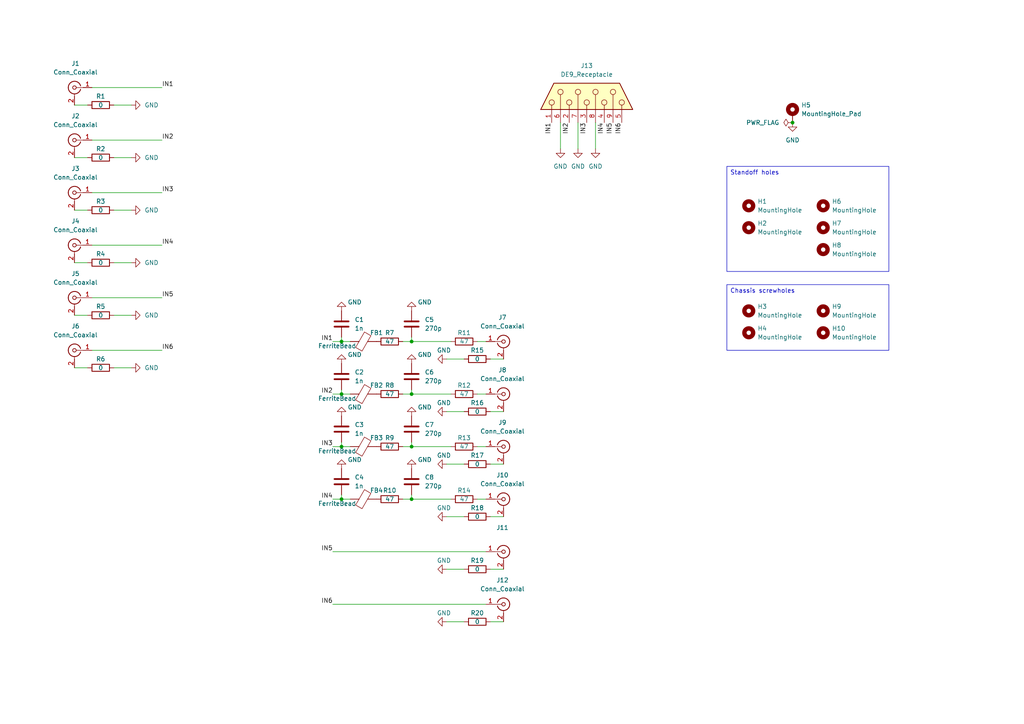
<source format=kicad_sch>
(kicad_sch (version 20230121) (generator eeschema)
  (paper "A4")
  (lib_symbols
    (symbol "Connector:Conn_Coaxial" (pin_names (offset 1.016) hide)
      (property "Reference" "J" (at 0.254 3.048 0))
      (property "Value" "Conn_Coaxial" (at 2.921 0 90))
      (symbol "Conn_Coaxial_0_1"
        (arc (start -1.778 -0.508) (mid 0.2311 -1.8066) (end 1.778 0) (stroke (width 0.254)))
        (polyline (pts (xy -2.54 0) (xy -0.508 0)))
        (polyline (pts (xy 0 -2.54) (xy 0 -1.778)))
        (circle (center 0 0) (radius 0.508) (stroke (width 0.2032)))
        (arc (start 1.778 0) (mid 0.2099 1.8101) (end -1.778 0.508) (stroke (width 0.254)))
      )
      (symbol "Conn_Coaxial_1_1"
        (pin passive line (at -5.08 0 0) (length 2.54) (name "In") (number "1"))
        (pin passive line (at 0 -5.08 90) (length 2.54) (name "Ext") (number "2"))
      )
    )
    (symbol "Connector:DE9_Receptacle" (pin_names (offset 1.016) hide)
      (property "Reference" "J" (at 0 13.97 0))
      (property "Value" "DE9_Receptacle" (at 0 -14.605 0))
      (symbol "DE9_Receptacle_0_1"
        (circle (center -1.778 -10.16) (radius 0.762))
        (circle (center -1.778 -5.08) (radius 0.762))
        (circle (center -1.778 0) (radius 0.762))
        (circle (center -1.778 5.08) (radius 0.762))
        (circle (center -1.778 10.16) (radius 0.762))
        (polyline (pts (xy -3.81 -10.16) (xy -2.54 -10.16)))
        (polyline (pts (xy -3.81 -7.62) (xy 0.508 -7.62)))
        (polyline (pts (xy -3.81 -5.08) (xy -2.54 -5.08)))
        (polyline (pts (xy -3.81 -2.54) (xy 0.508 -2.54)))
        (polyline (pts (xy -3.81 0) (xy -2.54 0)))
        (polyline (pts (xy -3.81 2.54) (xy 0.508 2.54)))
        (polyline (pts (xy -3.81 5.08) (xy -2.54 5.08)))
        (polyline (pts (xy -3.81 7.62) (xy 0.508 7.62)))
        (polyline (pts (xy -3.81 10.16) (xy -2.54 10.16)))
        (polyline (pts (xy -3.81 13.335) (xy -3.81 -13.335) (xy 3.81 -9.525) (xy 3.81 9.525) (xy -3.81 13.335)) (stroke (width 0.254)) (fill (type background)))
        (circle (center 1.27 -7.62) (radius 0.762))
        (circle (center 1.27 -2.54) (radius 0.762))
        (circle (center 1.27 2.54) (radius 0.762))
        (circle (center 1.27 7.62) (radius 0.762))
      )
      (symbol "DE9_Receptacle_1_1"
        (pin passive line (at -7.62 10.16 0) (length 3.81) (name "1") (number "1"))
        (pin passive line (at -7.62 5.08 0) (length 3.81) (name "2") (number "2"))
        (pin passive line (at -7.62 0 0) (length 3.81) (name "3") (number "3"))
        (pin passive line (at -7.62 -5.08 0) (length 3.81) (name "4") (number "4"))
        (pin passive line (at -7.62 -10.16 0) (length 3.81) (name "5") (number "5"))
        (pin passive line (at -7.62 7.62 0) (length 3.81) (name "6") (number "6"))
        (pin passive line (at -7.62 2.54 0) (length 3.81) (name "7") (number "7"))
        (pin passive line (at -7.62 -2.54 0) (length 3.81) (name "8") (number "8"))
        (pin passive line (at -7.62 -7.62 0) (length 3.81) (name "9") (number "9"))
      )
    )
    (symbol "Device:C" (pin_numbers hide) (pin_names (offset 0.254))
      (property "Reference" "C" (at 0.635 2.54 0))
      (property "Value" "C" (at 0.635 -2.54 0))
      (symbol "C_0_1"
        (polyline (pts (xy -2.032 -0.762) (xy 2.032 -0.762)) (stroke (width 0.508)))
        (polyline (pts (xy -2.032 0.762) (xy 2.032 0.762)) (stroke (width 0.508)))
      )
      (symbol "C_1_1"
        (pin passive line (at 0 3.81 270) (length 2.794) (name "~") (number "1"))
        (pin passive line (at 0 -3.81 90) (length 2.794) (name "~") (number "2"))
      )
    )
    (symbol "Device:FerriteBead" (pin_numbers hide) (pin_names (offset 0))
      (property "Reference" "FB" (at -3.81 0.635 90))
      (property "Value" "FerriteBead" (at 3.81 0 90))
      (symbol "FerriteBead_0_1"
        (polyline (pts (xy 0 -1.27) (xy 0 -1.2192)))
        (polyline (pts (xy 0 1.27) (xy 0 1.2954)))
        (polyline (pts (xy -2.7686 0.4064) (xy -1.7018 2.2606) (xy 2.7686 -0.3048) (xy 1.6764 -2.159) (xy -2.7686 0.4064)))
      )
      (symbol "FerriteBead_1_1"
        (pin passive line (at 0 3.81 270) (length 2.54) (name "~") (number "1"))
        (pin passive line (at 0 -3.81 90) (length 2.54) (name "~") (number "2"))
      )
    )
    (symbol "Device:R" (pin_numbers hide) (pin_names (offset 0))
      (property "Reference" "R" (at 2.032 0 90))
      (property "Value" "R" (at 0 0 90))
      (symbol "R_0_1"
        (rectangle (start -1.016 -2.54) (end 1.016 2.54) (stroke (width 0.254)))
      )
      (symbol "R_1_1"
        (pin passive line (at 0 3.81 270) (length 1.27) (name "~") (number "1"))
        (pin passive line (at 0 -3.81 90) (length 1.27) (name "~") (number "2"))
      )
    )
    (symbol "Mechanical:MountingHole" (pin_names (offset 1.016))
      (property "Reference" "H" (at 0 5.08 0))
      (property "Value" "MountingHole" (at 0 3.175 0))
      (symbol "MountingHole_0_1"
        (circle (center 0 0) (radius 1.27) (stroke (width 1.27)))
      )
    )
    (symbol "Mechanical:MountingHole_Pad" (pin_numbers hide) (pin_names (offset 1.016) hide)
      (property "Reference" "H" (at 0 6.35 0))
      (property "Value" "MountingHole_Pad" (at 0 4.445 0))
      (symbol "MountingHole_Pad_0_1"
        (circle (center 0 1.27) (radius 1.27) (stroke (width 1.27)))
      )
      (symbol "MountingHole_Pad_1_1"
        (pin input line (at 0 -2.54 90) (length 2.54) (name "1") (number "1"))
      )
    )
    (symbol "power:GND" (power) (pin_names (offset 0))
      (property "Value" "GND" (at 0 -3.81 0))
      (symbol "GND_0_1"
        (polyline (pts (xy 0 0) (xy 0 -1.27) (xy 1.27 -1.27) (xy 0 -2.54) (xy -1.27 -1.27) (xy 0 -1.27)))
      )
      (symbol "GND_1_1"
        (pin power_in line (at 0 0 270) (length 0) hide (name "GND") (number "1"))
      )
    )
    (symbol "power:PWR_FLAG" (power) (pin_numbers hide) (pin_names (offset 0) hide)
      (property "Value" "PWR_FLAG" (at 0 3.81 0))
      (symbol "PWR_FLAG_0_0"
        (pin power_out line (at 0 0 90) (length 0) (name "pwr") (number "1"))
      )
      (symbol "PWR_FLAG_0_1"
        (polyline (pts (xy 0 0) (xy 0 1.27) (xy -1.016 1.905) (xy 0 2.54) (xy 1.016 1.905) (xy 0 1.27)))
      )
    )
  )
  (junction (at 119.38 144.78))
  (junction (at 119.38 129.54))
  (junction (at 99.06 99.06))
  (junction (at 229.87 35.56))
  (junction (at 119.38 114.3))
  (junction (at 99.06 144.78))
  (junction (at 99.06 129.54))
  (junction (at 119.38 99.06))
  (junction (at 99.06 114.3))
  (wire (pts (xy 146.05 165.1) (xy 142.24 165.1)))
  (wire (pts (xy 116.84 99.06) (xy 119.38 99.06)))
  (wire (pts (xy 26.67 101.6) (xy 46.99 101.6)))
  (wire (pts (xy 119.38 99.06) (xy 130.81 99.06)))
  (wire (pts (xy 96.52 175.26) (xy 140.97 175.26)))
  (wire (pts (xy 146.05 104.14) (xy 142.24 104.14)))
  (wire (pts (xy 33.02 106.68) (xy 38.1 106.68)))
  (wire (pts (xy 134.62 149.86) (xy 129.54 149.86)))
  (wire (pts (xy 99.06 99.06) (xy 101.6 99.06)))
  (wire (pts (xy 33.02 30.48) (xy 38.1 30.48)))
  (wire (pts (xy 146.05 149.86) (xy 142.24 149.86)))
  (wire (pts (xy 99.06 143.51) (xy 99.06 144.78)))
  (wire (pts (xy 99.06 129.54) (xy 101.6 129.54)))
  (wire (pts (xy 138.43 129.54) (xy 140.97 129.54)))
  (wire (pts (xy 33.02 91.44) (xy 38.1 91.44)))
  (wire (pts (xy 167.64 35.56) (xy 167.64 43.18)))
  (wire (pts (xy 96.52 129.54) (xy 99.06 129.54)))
  (wire (pts (xy 21.59 91.44) (xy 25.4 91.44)))
  (wire (pts (xy 99.06 114.3) (xy 101.6 114.3)))
  (wire (pts (xy 119.38 144.78) (xy 119.38 143.51)))
  (wire (pts (xy 96.52 144.78) (xy 99.06 144.78)))
  (wire (pts (xy 26.67 86.36) (xy 46.99 86.36)))
  (wire (pts (xy 33.02 76.2) (xy 38.1 76.2)))
  (wire (pts (xy 21.59 45.72) (xy 25.4 45.72)))
  (wire (pts (xy 26.67 71.12) (xy 46.99 71.12)))
  (wire (pts (xy 134.62 134.62) (xy 129.54 134.62)))
  (wire (pts (xy 33.02 45.72) (xy 38.1 45.72)))
  (wire (pts (xy 138.43 144.78) (xy 140.97 144.78)))
  (wire (pts (xy 26.67 25.4) (xy 46.99 25.4)))
  (wire (pts (xy 146.05 134.62) (xy 142.24 134.62)))
  (wire (pts (xy 116.84 114.3) (xy 119.38 114.3)))
  (wire (pts (xy 99.06 144.78) (xy 101.6 144.78)))
  (wire (pts (xy 26.67 55.88) (xy 46.99 55.88)))
  (wire (pts (xy 138.43 114.3) (xy 140.97 114.3)))
  (wire (pts (xy 116.84 129.54) (xy 119.38 129.54)))
  (wire (pts (xy 99.06 97.79) (xy 99.06 99.06)))
  (wire (pts (xy 138.43 99.06) (xy 140.97 99.06)))
  (wire (pts (xy 21.59 60.96) (xy 25.4 60.96)))
  (wire (pts (xy 21.59 106.68) (xy 25.4 106.68)))
  (wire (pts (xy 162.56 35.56) (xy 162.56 43.18)))
  (wire (pts (xy 146.05 180.34) (xy 142.24 180.34)))
  (wire (pts (xy 96.52 114.3) (xy 99.06 114.3)))
  (wire (pts (xy 119.38 144.78) (xy 130.81 144.78)))
  (wire (pts (xy 134.62 180.34) (xy 129.54 180.34)))
  (wire (pts (xy 119.38 114.3) (xy 119.38 113.03)))
  (wire (pts (xy 33.02 60.96) (xy 38.1 60.96)))
  (wire (pts (xy 134.62 165.1) (xy 129.54 165.1)))
  (wire (pts (xy 21.59 76.2) (xy 25.4 76.2)))
  (wire (pts (xy 119.38 99.06) (xy 119.38 97.79)))
  (wire (pts (xy 96.52 99.06) (xy 99.06 99.06)))
  (wire (pts (xy 119.38 129.54) (xy 130.81 129.54)))
  (wire (pts (xy 172.72 35.56) (xy 172.72 43.18)))
  (wire (pts (xy 26.67 40.64) (xy 46.99 40.64)))
  (wire (pts (xy 146.05 119.38) (xy 142.24 119.38)))
  (wire (pts (xy 134.62 104.14) (xy 129.54 104.14)))
  (wire (pts (xy 119.38 114.3) (xy 130.81 114.3)))
  (wire (pts (xy 99.06 113.03) (xy 99.06 114.3)))
  (wire (pts (xy 134.62 119.38) (xy 129.54 119.38)))
  (wire (pts (xy 119.38 129.54) (xy 119.38 128.27)))
  (wire (pts (xy 99.06 128.27) (xy 99.06 129.54)))
  (wire (pts (xy 96.52 160.02) (xy 140.97 160.02)))
  (wire (pts (xy 116.84 144.78) (xy 119.38 144.78)))
  (wire (pts (xy 21.59 30.48) (xy 25.4 30.48)))
  (text_box "Standoff holes" (at 210.82 48.26 0) (size 46.99 30.48) (effects (font (size 1.27 1.27)) (justify left top)))
  (text_box "Chassis screwholes" (at 210.82 82.55 0) (size 46.99 19.05) (effects (font (size 1.27 1.27)) (justify left top)))
  (label "IN4" (at 96.52 144.78 180))
  (label "IN6" (at 96.52 175.26 180))
  (label "IN6" (at 180.34 35.56 270))
  (label "IN2" (at 46.99 40.64 0))
  (label "IN2" (at 96.52 114.3 180))
  (label "IN2" (at 165.1 35.56 270))
  (label "IN1" (at 46.99 25.4 0))
  (label "IN3" (at 170.18 35.56 270))
  (label "IN5" (at 96.52 160.02 180))
  (label "IN1" (at 96.52 99.06 180))
  (label "IN3" (at 96.52 129.54 180))
  (label "IN1" (at 160.02 35.56 270))
  (label "IN3" (at 46.99 55.88 0))
  (label "IN5" (at 46.99 86.36 0))
  (label "IN6" (at 46.99 101.6 0))
  (label "IN4" (at 46.99 71.12 0))
  (label "IN5" (at 177.8 35.56 270))
  (label "IN4" (at 175.26 35.56 270))
  (symbol (lib_id "Connector:Conn_Coaxial") (at 146.05 160.02 0) (unit 1)
    (property "Reference" "J11" (at 145.7326 153.035 0))
    (property "Value" "Conn_Coaxial" (effects hide))
    (property "Footprint" "Amphenol_Right_Angle_SMA_901_143_6RFX:AMPHENOL_901-143-6RFX" (effects hide))
    (property "Datasheet" " ~" (effects hide))
  )
  (symbol (lib_id "Device:C") (at 99.06 109.22 0) (unit 1)
    (property "Reference" "C2" (at 102.87 107.95 0) (effects (justify left)))
    (property "Value" "1n" (at 102.87 110.49 0) (effects (justify left)))
    (property "Footprint" "Capacitor_SMD:C_0805_2012Metric_Pad1.18x1.45mm_HandSolder" (effects hide))
  )
  (symbol (lib_id "Device:FerriteBead") (at 105.41 99.06 90) (unit 1)
    (property "Reference" "FB1" (at 109.22 96.52 90))
    (property "Value" "FerriteBead" (at 97.79 100.33 90))
    (property "Footprint" "Resistor_SMD:R_0603_1608Metric_Pad0.98x0.95mm_HandSolder" (effects hide))
  )
  (symbol (lib_id "Device:R") (at 29.21 30.48 90) (unit 1)
    (property "Reference" "R1" (at 29.21 27.94 90))
    (property "Value" "0" (at 29.21 30.48 90))
    (property "Footprint" "Resistor_SMD:R_1206_3216Metric_Pad1.30x1.75mm_HandSolder" (effects hide))
  )
  (symbol (lib_id "Device:C") (at 119.38 109.22 0) (unit 1)
    (property "Reference" "C6" (at 123.19 107.95 0) (effects (justify left)))
    (property "Value" "270p" (at 123.19 110.49 0) (effects (justify left)))
    (property "Footprint" "Capacitor_SMD:C_0805_2012Metric_Pad1.18x1.45mm_HandSolder" (effects hide))
  )
  (symbol (lib_id "Connector:Conn_Coaxial") (at 21.59 25.4 0) (mirror y) (unit 1)
    (property "Reference" "J1" (at 21.9074 18.415 0))
    (property "Value" "Conn_Coaxial" (at 21.9074 20.955 0))
    (property "Footprint" "Amphenol_Right_Angle_SMA_901_143_6RFX:AMPHENOL_901-143-6RFX" (effects hide))
    (property "Datasheet" " ~" (effects hide))
  )
  (symbol (lib_id "Device:C") (at 119.38 124.46 0) (unit 1)
    (property "Reference" "C7" (at 123.19 123.19 0) (effects (justify left)))
    (property "Value" "270p" (at 123.19 125.73 0) (effects (justify left)))
    (property "Footprint" "Capacitor_SMD:C_0805_2012Metric_Pad1.18x1.45mm_HandSolder" (effects hide))
  )
  (symbol (lib_id "power:GND") (at 167.64 43.18 0) (unit 1)
    (property "Reference" "#PWR022" (effects hide))
    (property "Value" "GND" (at 167.64 48.26 0))
  )
  (symbol (lib_id "Connector:Conn_Coaxial") (at 146.05 129.54 0) (unit 1)
    (property "Reference" "J9" (at 145.7326 122.555 0))
    (property "Value" "Conn_Coaxial" (at 145.7326 125.095 0))
    (property "Footprint" "Amphenol_Right_Angle_SMA_901_143_6RFX:AMPHENOL_901-143-6RFX" (effects hide))
    (property "Datasheet" " ~" (effects hide))
  )
  (symbol (lib_id "power:GND") (at 172.72 43.18 0) (unit 1)
    (property "Reference" "#PWR023" (effects hide))
    (property "Value" "GND" (at 172.72 48.26 0))
  )
  (symbol (lib_id "Connector:Conn_Coaxial") (at 21.59 101.6 0) (mirror y) (unit 1)
    (property "Reference" "J6" (at 21.9074 94.615 0))
    (property "Value" "Conn_Coaxial" (at 21.9074 97.155 0))
    (property "Footprint" "Amphenol_Right_Angle_SMA_901_143_6RFX:AMPHENOL_901-143-6RFX" (effects hide))
    (property "Datasheet" " ~" (effects hide))
  )
  (symbol (lib_id "Device:R") (at 29.21 45.72 90) (unit 1)
    (property "Reference" "R2" (at 29.21 43.18 90))
    (property "Value" "0" (at 29.21 45.72 90))
    (property "Footprint" "Resistor_SMD:R_1206_3216Metric_Pad1.30x1.75mm_HandSolder" (effects hide))
  )
  (symbol (lib_id "Connector:Conn_Coaxial") (at 146.05 175.26 0) (unit 1)
    (property "Reference" "J12" (at 145.7326 168.275 0))
    (property "Value" "Conn_Coaxial" (at 145.7326 170.815 0))
    (property "Footprint" "Amphenol_Right_Angle_SMA_901_143_6RFX:AMPHENOL_901-143-6RFX" (effects hide))
    (property "Datasheet" " ~" (effects hide))
  )
  (symbol (lib_id "power:PWR_FLAG") (at 229.87 35.56 90) (unit 1)
    (property "Reference" "#FLG01" (effects hide))
    (property "Value" "PWR_FLAG" (at 226.06 35.56 90) (effects (justify left)))
  )
  (symbol (lib_id "Device:FerriteBead") (at 105.41 129.54 90) (unit 1)
    (property "Reference" "FB3" (at 109.22 127 90))
    (property "Value" "FerriteBead" (at 97.79 130.81 90))
    (property "Footprint" "Resistor_SMD:R_0603_1608Metric_Pad0.98x0.95mm_HandSolder" (effects hide))
  )
  (symbol (lib_id "power:GND") (at 38.1 60.96 90) (unit 1)
    (property "Reference" "#PWR03" (effects hide))
    (property "Value" "GND" (at 41.91 60.96 90) (effects (justify right)))
  )
  (symbol (lib_id "Device:R") (at 113.03 114.3 270) (mirror x) (unit 1)
    (property "Reference" "R8" (at 113.03 111.76 90))
    (property "Value" "47" (at 113.03 114.3 90))
    (property "Footprint" "Resistor_SMD:R_1206_3216Metric_Pad1.30x1.75mm_HandSolder" (effects hide))
  )
  (symbol (lib_id "power:GND") (at 99.06 120.65 0) (mirror x) (unit 1)
    (property "Reference" "#PWR09" (effects hide))
    (property "Value" "GND" (at 102.87 118.11 0))
  )
  (symbol (lib_id "Device:R") (at 113.03 129.54 270) (mirror x) (unit 1)
    (property "Reference" "R9" (at 113.03 127 90))
    (property "Value" "47" (at 113.03 129.54 90))
    (property "Footprint" "Resistor_SMD:R_1206_3216Metric_Pad1.30x1.75mm_HandSolder" (effects hide))
  )
  (symbol (lib_id "Mechanical:MountingHole") (at 217.17 66.04 0) (unit 1)
    (property "Reference" "H2" (at 219.71 64.77 0) (effects (justify left)))
    (property "Value" "MountingHole" (at 219.71 67.31 0) (effects (justify left)))
    (property "Footprint" "MountingHole:MountingHole_3.2mm_M3_DIN965" (effects hide))
  )
  (symbol (lib_id "Connector:Conn_Coaxial") (at 21.59 86.36 0) (mirror y) (unit 1)
    (property "Reference" "J5" (at 21.9074 79.375 0))
    (property "Value" "Conn_Coaxial" (at 21.9074 81.915 0))
    (property "Footprint" "Amphenol_Right_Angle_SMA_901_143_6RFX:AMPHENOL_901-143-6RFX" (effects hide))
    (property "Datasheet" " ~" (effects hide))
  )
  (symbol (lib_id "Mechanical:MountingHole") (at 238.76 90.17 0) (unit 1)
    (property "Reference" "H9" (at 241.3 88.9 0) (effects (justify left)))
    (property "Value" "MountingHole" (at 241.3 91.44 0) (effects (justify left)))
    (property "Footprint" "MountingHole:MountingHole_3.2mm_M3_DIN965" (effects hide))
  )
  (symbol (lib_id "power:GND") (at 129.54 104.14 270) (mirror x) (unit 1)
    (property "Reference" "#PWR015" (effects hide))
    (property "Value" "GND" (at 130.81 101.6 90) (effects (justify right)))
  )
  (symbol (lib_id "power:GND") (at 119.38 120.65 0) (mirror x) (unit 1)
    (property "Reference" "#PWR013" (effects hide))
    (property "Value" "GND" (at 123.19 118.11 0))
  )
  (symbol (lib_id "power:GND") (at 119.38 90.17 0) (mirror x) (unit 1)
    (property "Reference" "#PWR011" (effects hide))
    (property "Value" "GND" (at 123.19 87.63 0))
  )
  (symbol (lib_id "Device:R") (at 29.21 60.96 90) (unit 1)
    (property "Reference" "R3" (at 29.21 58.42 90))
    (property "Value" "0" (at 29.21 60.96 90))
    (property "Footprint" "Resistor_SMD:R_1206_3216Metric_Pad1.30x1.75mm_HandSolder" (effects hide))
  )
  (symbol (lib_id "power:GND") (at 99.06 105.41 0) (mirror x) (unit 1)
    (property "Reference" "#PWR08" (effects hide))
    (property "Value" "GND" (at 102.87 102.87 0))
  )
  (symbol (lib_id "power:GND") (at 229.87 35.56 0) (unit 1)
    (property "Reference" "#PWR024" (effects hide))
    (property "Value" "GND" (at 229.87 40.64 0))
  )
  (symbol (lib_id "Device:R") (at 138.43 165.1 270) (mirror x) (unit 1)
    (property "Reference" "R19" (at 138.43 162.56 90))
    (property "Value" "0" (at 138.43 165.1 90))
    (property "Footprint" "Resistor_SMD:R_1206_3216Metric_Pad1.30x1.75mm_HandSolder" (effects hide))
  )
  (symbol (lib_id "power:GND") (at 129.54 149.86 270) (mirror x) (unit 1)
    (property "Reference" "#PWR018" (effects hide))
    (property "Value" "GND" (at 130.81 147.32 90) (effects (justify right)))
  )
  (symbol (lib_id "power:GND") (at 38.1 30.48 90) (unit 1)
    (property "Reference" "#PWR01" (effects hide))
    (property "Value" "GND" (at 41.91 30.48 90) (effects (justify right)))
  )
  (symbol (lib_id "Mechanical:MountingHole") (at 238.76 59.69 0) (unit 1)
    (property "Reference" "H6" (at 241.3 58.42 0) (effects (justify left)))
    (property "Value" "MountingHole" (at 241.3 60.96 0) (effects (justify left)))
    (property "Footprint" "MountingHole:MountingHole_3.2mm_M3_DIN965" (effects hide))
  )
  (symbol (lib_id "Connector:Conn_Coaxial") (at 146.05 144.78 0) (unit 1)
    (property "Reference" "J10" (at 145.7326 137.795 0))
    (property "Value" "Conn_Coaxial" (at 145.7326 140.335 0))
    (property "Footprint" "Amphenol_Right_Angle_SMA_901_143_6RFX:AMPHENOL_901-143-6RFX" (effects hide))
    (property "Datasheet" " ~" (effects hide))
  )
  (symbol (lib_id "Device:R") (at 29.21 106.68 90) (unit 1)
    (property "Reference" "R6" (at 29.21 104.14 90))
    (property "Value" "0" (at 29.21 106.68 90))
    (property "Footprint" "Resistor_SMD:R_1206_3216Metric_Pad1.30x1.75mm_HandSolder" (effects hide))
  )
  (symbol (lib_id "power:GND") (at 119.38 105.41 0) (mirror x) (unit 1)
    (property "Reference" "#PWR012" (effects hide))
    (property "Value" "GND" (at 123.19 102.87 0))
  )
  (symbol (lib_id "Device:R") (at 138.43 119.38 270) (mirror x) (unit 1)
    (property "Reference" "R16" (at 138.43 116.84 90))
    (property "Value" "0" (at 138.43 119.38 90))
    (property "Footprint" "Resistor_SMD:R_1206_3216Metric_Pad1.30x1.75mm_HandSolder" (effects hide))
  )
  (symbol (lib_id "Device:R") (at 138.43 149.86 270) (mirror x) (unit 1)
    (property "Reference" "R18" (at 138.43 147.32 90))
    (property "Value" "0" (at 138.43 149.86 90))
    (property "Footprint" "Resistor_SMD:R_1206_3216Metric_Pad1.30x1.75mm_HandSolder" (effects hide))
  )
  (symbol (lib_id "Device:C") (at 119.38 139.7 0) (unit 1)
    (property "Reference" "C8" (at 123.19 138.43 0) (effects (justify left)))
    (property "Value" "270p" (at 123.19 140.97 0) (effects (justify left)))
    (property "Footprint" "Capacitor_SMD:C_0805_2012Metric_Pad1.18x1.45mm_HandSolder" (effects hide))
  )
  (symbol (lib_id "Device:C") (at 99.06 93.98 0) (unit 1)
    (property "Reference" "C1" (at 102.87 92.71 0) (effects (justify left)))
    (property "Value" "1n" (at 102.87 95.25 0) (effects (justify left)))
    (property "Footprint" "Capacitor_SMD:C_0805_2012Metric_Pad1.18x1.45mm_HandSolder" (effects hide))
  )
  (symbol (lib_id "Device:R") (at 134.62 129.54 270) (mirror x) (unit 1)
    (property "Reference" "R13" (at 134.62 127 90))
    (property "Value" "47" (at 134.62 129.54 90))
    (property "Footprint" "Resistor_SMD:R_1206_3216Metric_Pad1.30x1.75mm_HandSolder" (effects hide))
  )
  (symbol (lib_id "power:GND") (at 99.06 135.89 0) (mirror x) (unit 1)
    (property "Reference" "#PWR010" (effects hide))
    (property "Value" "GND" (at 102.87 133.35 0))
  )
  (symbol (lib_id "power:GND") (at 162.56 43.18 0) (unit 1)
    (property "Reference" "#PWR021" (effects hide))
    (property "Value" "GND" (at 162.56 48.26 0))
  )
  (symbol (lib_id "Connector:Conn_Coaxial") (at 21.59 55.88 0) (mirror y) (unit 1)
    (property "Reference" "J3" (at 21.9074 48.895 0))
    (property "Value" "Conn_Coaxial" (at 21.9074 51.435 0))
    (property "Footprint" "Amphenol_Right_Angle_SMA_901_143_6RFX:AMPHENOL_901-143-6RFX" (effects hide))
    (property "Datasheet" " ~" (effects hide))
  )
  (symbol (lib_id "power:GND") (at 129.54 180.34 270) (mirror x) (unit 1)
    (property "Reference" "#PWR020" (effects hide))
    (property "Value" "GND" (at 130.81 177.8 90) (effects (justify right)))
  )
  (symbol (lib_id "Device:C") (at 99.06 139.7 0) (unit 1)
    (property "Reference" "C4" (at 102.87 138.43 0) (effects (justify left)))
    (property "Value" "1n" (at 102.87 140.97 0) (effects (justify left)))
    (property "Footprint" "Capacitor_SMD:C_0805_2012Metric_Pad1.18x1.45mm_HandSolder" (effects hide))
  )
  (symbol (lib_id "Device:R") (at 134.62 144.78 270) (mirror x) (unit 1)
    (property "Reference" "R14" (at 134.62 142.24 90))
    (property "Value" "47" (at 134.62 144.78 90))
    (property "Footprint" "Resistor_SMD:R_1206_3216Metric_Pad1.30x1.75mm_HandSolder" (effects hide))
  )
  (symbol (lib_id "Device:R") (at 138.43 180.34 270) (mirror x) (unit 1)
    (property "Reference" "R20" (at 138.43 177.8 90))
    (property "Value" "0" (at 138.43 180.34 90))
    (property "Footprint" "Resistor_SMD:R_1206_3216Metric_Pad1.30x1.75mm_HandSolder" (effects hide))
  )
  (symbol (lib_id "Device:FerriteBead") (at 105.41 144.78 90) (unit 1)
    (property "Reference" "FB4" (at 109.22 142.24 90))
    (property "Value" "FerriteBead" (at 97.79 146.05 90))
    (property "Footprint" "Resistor_SMD:R_0603_1608Metric_Pad0.98x0.95mm_HandSolder" (effects hide))
  )
  (symbol (lib_id "Connector:Conn_Coaxial") (at 146.05 99.06 0) (unit 1)
    (property "Reference" "J7" (at 145.7326 92.075 0))
    (property "Value" "Conn_Coaxial" (at 145.7326 94.615 0))
    (property "Footprint" "Amphenol_Right_Angle_SMA_901_143_6RFX:AMPHENOL_901-143-6RFX" (effects hide))
    (property "Datasheet" " ~" (effects hide))
  )
  (symbol (lib_id "Device:R") (at 113.03 99.06 270) (mirror x) (unit 1)
    (property "Reference" "R7" (at 113.03 96.52 90))
    (property "Value" "47" (at 113.03 99.06 90))
    (property "Footprint" "Resistor_SMD:R_1206_3216Metric_Pad1.30x1.75mm_HandSolder" (effects hide))
  )
  (symbol (lib_id "Connector:Conn_Coaxial") (at 21.59 71.12 0) (mirror y) (unit 1)
    (property "Reference" "J4" (at 21.9074 64.135 0))
    (property "Value" "Conn_Coaxial" (at 21.9074 66.675 0))
    (property "Footprint" "Amphenol_Right_Angle_SMA_901_143_6RFX:AMPHENOL_901-143-6RFX" (effects hide))
    (property "Datasheet" " ~" (effects hide))
  )
  (symbol (lib_id "power:GND") (at 99.06 90.17 0) (mirror x) (unit 1)
    (property "Reference" "#PWR07" (effects hide))
    (property "Value" "GND" (at 102.87 87.63 0))
  )
  (symbol (lib_id "power:GND") (at 119.38 135.89 0) (mirror x) (unit 1)
    (property "Reference" "#PWR014" (effects hide))
    (property "Value" "GND" (at 123.19 133.35 0))
  )
  (symbol (lib_id "Connector:Conn_Coaxial") (at 146.05 114.3 0) (unit 1)
    (property "Reference" "J8" (at 145.7326 107.315 0))
    (property "Value" "Conn_Coaxial" (at 145.7326 109.855 0))
    (property "Footprint" "Amphenol_Right_Angle_SMA_901_143_6RFX:AMPHENOL_901-143-6RFX" (effects hide))
    (property "Datasheet" " ~" (effects hide))
  )
  (symbol (lib_id "Connector:DE9_Receptacle") (at 170.18 27.94 90) (unit 1)
    (property "Reference" "J13" (at 170.18 19.05 90))
    (property "Value" "DE9_Receptacle" (at 170.18 21.59 90))
    (property "Footprint" "5-1393480-5_Right_Angle_Female_Panel:1-5393480-5" (effects hide))
    (property "Datasheet" " ~" (effects hide))
  )
  (symbol (lib_id "Mechanical:MountingHole") (at 238.76 66.04 0) (unit 1)
    (property "Reference" "H7" (at 241.3 64.77 0) (effects (justify left)))
    (property "Value" "MountingHole" (at 241.3 67.31 0) (effects (justify left)))
    (property "Footprint" "MountingHole:MountingHole_3.2mm_M3_DIN965" (effects hide))
  )
  (symbol (lib_id "Device:R") (at 138.43 134.62 270) (mirror x) (unit 1)
    (property "Reference" "R17" (at 138.43 132.08 90))
    (property "Value" "0" (at 138.43 134.62 90))
    (property "Footprint" "Resistor_SMD:R_1206_3216Metric_Pad1.30x1.75mm_HandSolder" (effects hide))
  )
  (symbol (lib_id "power:GND") (at 38.1 106.68 90) (unit 1)
    (property "Reference" "#PWR06" (effects hide))
    (property "Value" "GND" (at 41.91 106.68 90) (effects (justify right)))
  )
  (symbol (lib_id "Mechanical:MountingHole") (at 217.17 96.52 0) (unit 1)
    (property "Reference" "H4" (at 219.71 95.25 0) (effects (justify left)))
    (property "Value" "MountingHole" (at 219.71 97.79 0) (effects (justify left)))
    (property "Footprint" "MountingHole:MountingHole_3.2mm_M3_DIN965" (effects hide))
  )
  (symbol (lib_id "Device:R") (at 29.21 76.2 90) (unit 1)
    (property "Reference" "R4" (at 29.21 73.66 90))
    (property "Value" "0" (at 29.21 76.2 90))
    (property "Footprint" "Resistor_SMD:R_1206_3216Metric_Pad1.30x1.75mm_HandSolder" (effects hide))
  )
  (symbol (lib_id "Device:R") (at 29.21 91.44 90) (unit 1)
    (property "Reference" "R5" (at 29.21 88.9 90))
    (property "Value" "0" (at 29.21 91.44 90))
    (property "Footprint" "Resistor_SMD:R_1206_3216Metric_Pad1.30x1.75mm_HandSolder" (effects hide))
  )
  (symbol (lib_id "power:GND") (at 129.54 134.62 270) (mirror x) (unit 1)
    (property "Reference" "#PWR017" (effects hide))
    (property "Value" "GND" (at 130.81 132.08 90) (effects (justify right)))
  )
  (symbol (lib_id "Device:R") (at 138.43 104.14 270) (mirror x) (unit 1)
    (property "Reference" "R15" (at 138.43 101.6 90))
    (property "Value" "0" (at 138.43 104.14 90))
    (property "Footprint" "Resistor_SMD:R_1206_3216Metric_Pad1.30x1.75mm_HandSolder" (effects hide))
  )
  (symbol (lib_id "Device:FerriteBead") (at 105.41 114.3 90) (unit 1)
    (property "Reference" "FB2" (at 109.22 111.76 90))
    (property "Value" "FerriteBead" (at 97.79 115.57 90))
    (property "Footprint" "Resistor_SMD:R_0603_1608Metric_Pad0.98x0.95mm_HandSolder" (effects hide))
  )
  (symbol (lib_id "Device:C") (at 119.38 93.98 0) (unit 1)
    (property "Reference" "C5" (at 123.19 92.71 0) (effects (justify left)))
    (property "Value" "270p" (at 123.19 95.25 0) (effects (justify left)))
    (property "Footprint" "Capacitor_SMD:C_0805_2012Metric_Pad1.18x1.45mm_HandSolder" (effects hide))
  )
  (symbol (lib_id "Device:C") (at 99.06 124.46 0) (unit 1)
    (property "Reference" "C3" (at 102.87 123.19 0) (effects (justify left)))
    (property "Value" "1n" (at 102.87 125.73 0) (effects (justify left)))
    (property "Footprint" "Capacitor_SMD:C_0805_2012Metric_Pad1.18x1.45mm_HandSolder" (effects hide))
  )
  (symbol (lib_id "power:GND") (at 38.1 76.2 90) (unit 1)
    (property "Reference" "#PWR04" (effects hide))
    (property "Value" "GND" (at 41.91 76.2 90) (effects (justify right)))
  )
  (symbol (lib_id "Mechanical:MountingHole") (at 238.76 72.39 0) (unit 1)
    (property "Reference" "H8" (at 241.3 71.12 0) (effects (justify left)))
    (property "Value" "MountingHole" (at 241.3 73.66 0) (effects (justify left)))
    (property "Footprint" "MountingHole:MountingHole_3.2mm_M3_DIN965" (effects hide))
  )
  (symbol (lib_id "power:GND") (at 129.54 119.38 270) (mirror x) (unit 1)
    (property "Reference" "#PWR016" (effects hide))
    (property "Value" "GND" (at 130.81 116.84 90) (effects (justify right)))
  )
  (symbol (lib_id "Mechanical:MountingHole") (at 217.17 90.17 0) (unit 1)
    (property "Reference" "H3" (at 219.71 88.9 0) (effects (justify left)))
    (property "Value" "MountingHole" (at 219.71 91.44 0) (effects (justify left)))
    (property "Footprint" "MountingHole:MountingHole_3.2mm_M3_DIN965" (effects hide))
  )
  (symbol (lib_id "Mechanical:MountingHole_Pad") (at 229.87 33.02 0) (unit 1)
    (property "Reference" "H5" (at 232.41 30.48 0) (effects (justify left)))
    (property "Value" "MountingHole_Pad" (at 232.41 33.02 0) (effects (justify left)))
    (property "Footprint" "MountingHole:MountingHole_3.2mm_M3_DIN965_Pad" (effects hide))
  )
  (symbol (lib_id "Device:R") (at 113.03 144.78 270) (mirror x) (unit 1)
    (property "Reference" "R10" (at 113.03 142.24 90))
    (property "Value" "47" (at 113.03 144.78 90))
    (property "Footprint" "Resistor_SMD:R_1206_3216Metric_Pad1.30x1.75mm_HandSolder" (effects hide))
  )
  (symbol (lib_id "Device:R") (at 134.62 99.06 270) (mirror x) (unit 1)
    (property "Reference" "R11" (at 134.62 96.52 90))
    (property "Value" "47" (at 134.62 99.06 90))
    (property "Footprint" "Resistor_SMD:R_1206_3216Metric_Pad1.30x1.75mm_HandSolder" (effects hide))
  )
  (symbol (lib_id "Mechanical:MountingHole") (at 238.76 96.52 0) (unit 1)
    (property "Reference" "H10" (at 241.3 95.25 0) (effects (justify left)))
    (property "Value" "MountingHole" (at 241.3 97.79 0) (effects (justify left)))
    (property "Footprint" "MountingHole:MountingHole_3.2mm_M3_DIN965" (effects hide))
  )
  (symbol (lib_id "power:GND") (at 129.54 165.1 270) (mirror x) (unit 1)
    (property "Reference" "#PWR019" (effects hide))
    (property "Value" "GND" (at 130.81 162.56 90) (effects (justify right)))
  )
  (symbol (lib_id "power:GND") (at 38.1 91.44 90) (unit 1)
    (property "Reference" "#PWR05" (effects hide))
    (property "Value" "GND" (at 41.91 91.44 90) (effects (justify right)))
  )
  (symbol (lib_id "Connector:Conn_Coaxial") (at 21.59 40.64 0) (mirror y) (unit 1)
    (property "Reference" "J2" (at 21.9074 33.655 0))
    (property "Value" "Conn_Coaxial" (at 21.9074 36.195 0))
    (property "Footprint" "Amphenol_Right_Angle_SMA_901_143_6RFX:AMPHENOL_901-143-6RFX" (effects hide))
    (property "Datasheet" " ~" (effects hide))
  )
  (symbol (lib_id "Mechanical:MountingHole") (at 217.17 59.69 0) (unit 1)
    (property "Reference" "H1" (at 219.71 58.42 0) (effects (justify left)))
    (property "Value" "MountingHole" (at 219.71 60.96 0) (effects (justify left)))
    (property "Footprint" "MountingHole:MountingHole_3.2mm_M3_DIN965" (effects hide))
  )
  (symbol (lib_id "Device:R") (at 134.62 114.3 270) (mirror x) (unit 1)
    (property "Reference" "R12" (at 134.62 111.76 90))
    (property "Value" "47" (at 134.62 114.3 90))
    (property "Footprint" "Resistor_SMD:R_1206_3216Metric_Pad1.30x1.75mm_HandSolder" (effects hide))
  )
  (symbol (lib_id "power:GND") (at 38.1 45.72 90) (unit 1)
    (property "Reference" "#PWR02" (effects hide))
    (property "Value" "GND" (at 41.91 45.72 90) (effects (justify right)))
  )
)
</source>
